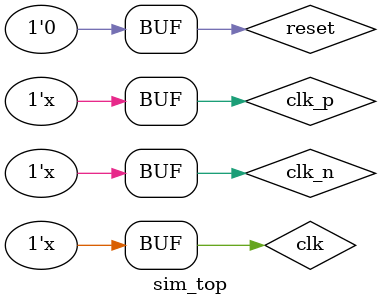
<source format=v>
`timescale 1ns / 1ps


module sim_top;

	// Inputs
	reg clk;
	reg reset;

	// Outputs
	wire ip_rx_error;
	wire mac_rx_error;
	wire ip_rx_error2;
	wire mac_rx_error2;
    reg clk_p;
    reg clk_n;

	// Instantiate the Unit Under Test (UUT)
	test_top uut (
		.clk(clk),
		.clk_p(clk_p),
		.clk_n(clk_n),
		.reset(reset), 
		.ip_rx_error(ip_rx_error), 
		.mac_rx_error(mac_rx_error), 
		.ip_rx_error2(ip_rx_error2), 
		.mac_rx_error2(mac_rx_error2)
	);

	initial begin
		// Initialize Inputs
		clk = 0;
		reset = 1;
		clk_p = 1;
		clk_n = 0;

		// Wait 100 ns for global reset to finish
		#100;
        
		// Add stimulus here
      reset = 0;
	end
   always
	  #4 clk <= ~clk;
	  
   always
	  #2.5 clk_p <= ~clk_p;
	  
always
	  #2.5 clk_n <= ~clk_n;
	  
endmodule


</source>
